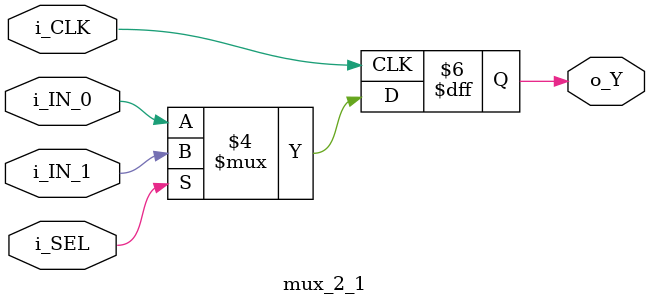
<source format=v>
`timescale 1ns / 1ps


module mux_2_1(
    input i_CLK,
    input i_IN_0,
    input i_IN_1,
    input i_SEL,
    output reg o_Y
    );
    
    always@(posedge(i_CLK))
    begin
        if (i_SEL == 0)
            begin
                o_Y = i_IN_0;
            end
        else
            begin
                o_Y = i_IN_1;
            end
    end
endmodule

</source>
